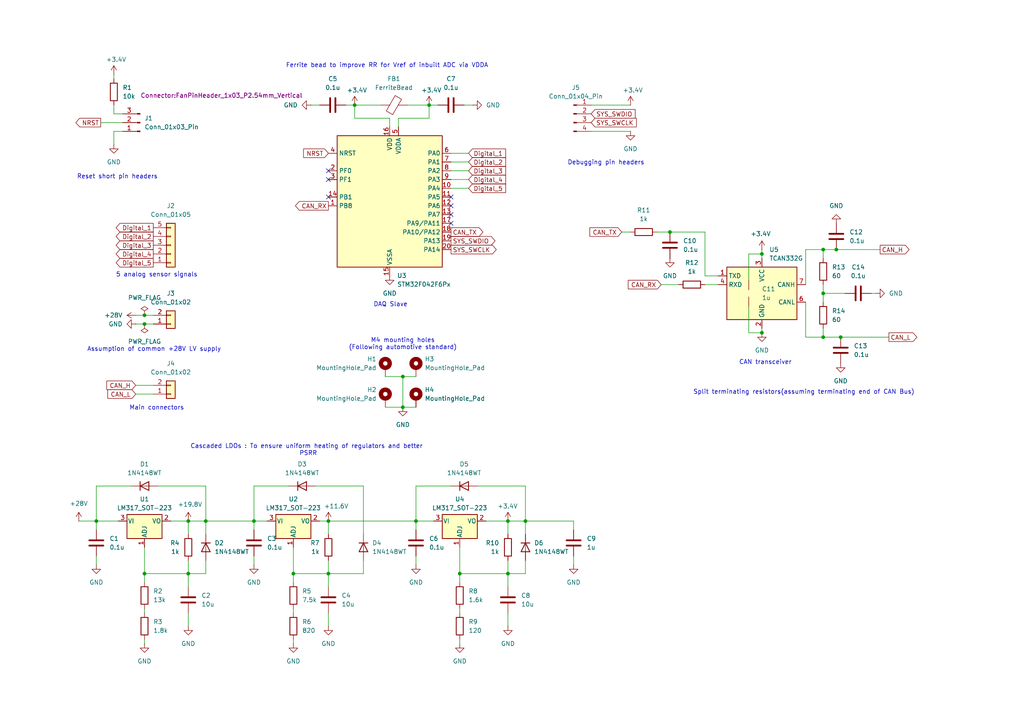
<source format=kicad_sch>
(kicad_sch (version 20250114) (generator "eeschema") (generator_version "9.0")
  (paper "A4")
  (title_block (title "Input Output board for complementary DAQ ") (rev "4") (company "Singularity"))
  (lib_symbols
    (symbol "Connector:Conn_01x03_Pin" (pin_names (offset 1.016) (hide yes))
      (property "Reference" "J" (at 0 5.08 0))
      (property "Value" "Conn_01x03_Pin" (at 0 -5.08 0))
      (symbol "Conn_01x03_Pin_1_1"
        (rectangle (start 0.8636 2.667) (end 0 2.413) (stroke (width 0.1524)) (fill (type outline)))
        (rectangle (start 0.8636 0.127) (end 0 -0.127) (stroke (width 0.1524)) (fill (type outline)))
        (rectangle (start 0.8636 -2.413) (end 0 -2.667) (stroke (width 0.1524)) (fill (type outline)))
        (polyline (pts (xy 1.27 2.54) (xy 0.8636 2.54)) (stroke (width 0.1524)))
        (polyline (pts (xy 1.27 0) (xy 0.8636 0)) (stroke (width 0.1524)))
        (polyline (pts (xy 1.27 -2.54) (xy 0.8636 -2.54)) (stroke (width 0.1524)))
        (pin passive line (at 5.08 2.54 180) (length 3.81) (name "Pin_1") (number "1"))
        (pin passive line (at 5.08 0 180) (length 3.81) (name "Pin_2") (number "2"))
        (pin passive line (at 5.08 -2.54 180) (length 3.81) (name "Pin_3") (number "3"))
      )
    )
    (symbol "Connector:Conn_01x04_Pin" (pin_names (offset 1.016) (hide yes))
      (property "Reference" "J" (at 0 5.08 0))
      (property "Value" "Conn_01x04_Pin" (at 0 -7.62 0))
      (symbol "Conn_01x04_Pin_1_1"
        (rectangle (start 0.8636 2.667) (end 0 2.413) (stroke (width 0.1524)) (fill (type outline)))
        (rectangle (start 0.8636 0.127) (end 0 -0.127) (stroke (width 0.1524)) (fill (type outline)))
        (rectangle (start 0.8636 -2.413) (end 0 -2.667) (stroke (width 0.1524)) (fill (type outline)))
        (rectangle (start 0.8636 -4.953) (end 0 -5.207) (stroke (width 0.1524)) (fill (type outline)))
        (polyline (pts (xy 1.27 2.54) (xy 0.8636 2.54)) (stroke (width 0.1524)))
        (polyline (pts (xy 1.27 0) (xy 0.8636 0)) (stroke (width 0.1524)))
        (polyline (pts (xy 1.27 -2.54) (xy 0.8636 -2.54)) (stroke (width 0.1524)))
        (polyline (pts (xy 1.27 -5.08) (xy 0.8636 -5.08)) (stroke (width 0.1524)))
        (pin passive line (at 5.08 2.54 180) (length 3.81) (name "Pin_1") (number "1"))
        (pin passive line (at 5.08 0 180) (length 3.81) (name "Pin_2") (number "2"))
        (pin passive line (at 5.08 -2.54 180) (length 3.81) (name "Pin_3") (number "3"))
        (pin passive line (at 5.08 -5.08 180) (length 3.81) (name "Pin_4") (number "4"))
      )
    )
    (symbol "Connector_Generic:Conn_01x02" (pin_names (offset 1.016) (hide yes))
      (property "Reference" "J" (at 0 2.54 0))
      (property "Value" "Conn_01x02" (at 0 -5.08 0))
      (symbol "Conn_01x02_1_1"
        (rectangle (start -1.27 1.27) (end 1.27 -3.81) (stroke (width 0.254)) (fill (type background)))
        (rectangle (start -1.27 0.127) (end 0 -0.127) (stroke (width 0.1524)))
        (rectangle (start -1.27 -2.413) (end 0 -2.667) (stroke (width 0.1524)))
        (pin passive line (at -5.08 0 0) (length 3.81) (name "Pin_1") (number "1"))
        (pin passive line (at -5.08 -2.54 0) (length 3.81) (name "Pin_2") (number "2"))
      )
    )
    (symbol "Connector_Generic:Conn_01x05" (pin_names (offset 1.016) (hide yes))
      (property "Reference" "J" (at 0 7.62 0))
      (property "Value" "Conn_01x05" (at 0 -7.62 0))
      (symbol "Conn_01x05_1_1"
        (rectangle (start -1.27 6.35) (end 1.27 -6.35) (stroke (width 0.254)) (fill (type background)))
        (rectangle (start -1.27 5.207) (end 0 4.953) (stroke (width 0.1524)))
        (rectangle (start -1.27 2.667) (end 0 2.413) (stroke (width 0.1524)))
        (rectangle (start -1.27 0.127) (end 0 -0.127) (stroke (width 0.1524)))
        (rectangle (start -1.27 -2.413) (end 0 -2.667) (stroke (width 0.1524)))
        (rectangle (start -1.27 -4.953) (end 0 -5.207) (stroke (width 0.1524)))
        (pin passive line (at -5.08 5.08 0) (length 3.81) (name "Pin_1") (number "1"))
        (pin passive line (at -5.08 2.54 0) (length 3.81) (name "Pin_2") (number "2"))
        (pin passive line (at -5.08 0 0) (length 3.81) (name "Pin_3") (number "3"))
        (pin passive line (at -5.08 -2.54 0) (length 3.81) (name "Pin_4") (number "4"))
        (pin passive line (at -5.08 -5.08 0) (length 3.81) (name "Pin_5") (number "5"))
      )
    )
    (symbol "Device:C" (pin_numbers (hide yes)) (pin_names (offset 0.254))
      (property "Reference" "C" (at 0.635 2.54 0))
      (property "Value" "C" (at 0.635 -2.54 0))
      (symbol "C_0_1"
        (polyline (pts (xy -2.032 0.762) (xy 2.032 0.762)) (stroke (width 0.508)))
        (polyline (pts (xy -2.032 -0.762) (xy 2.032 -0.762)) (stroke (width 0.508)))
      )
      (symbol "C_1_1"
        (pin passive line (at 0 3.81 270) (length 2.794) (name "~") (number "1"))
        (pin passive line (at 0 -3.81 90) (length 2.794) (name "~") (number "2"))
      )
    )
    (symbol "Device:FerriteBead" (pin_numbers (hide yes)) (pin_names (offset 0))
      (property "Reference" "FB" (at -3.81 0.635 90))
      (property "Value" "FerriteBead" (at 3.81 0 90))
      (symbol "FerriteBead_0_1"
        (polyline (pts (xy -2.7686 0.4064) (xy -1.7018 2.2606) (xy 2.7686 -0.3048) (xy 1.6764 -2.159) (xy -2.7686 0.4064)))
        (polyline (pts (xy 0 1.27) (xy 0 1.2954)))
        (polyline (pts (xy 0 -1.27) (xy 0 -1.2192)))
      )
      (symbol "FerriteBead_1_1"
        (pin passive line (at 0 3.81 270) (length 2.54) (name "~") (number "1"))
        (pin passive line (at 0 -3.81 90) (length 2.54) (name "~") (number "2"))
      )
    )
    (symbol "Device:R" (pin_numbers (hide yes)) (pin_names (offset 0))
      (property "Reference" "R" (at 2.032 0 90))
      (property "Value" "R" (at 0 0 90))
      (symbol "R_0_1"
        (rectangle (start -1.016 -2.54) (end 1.016 2.54) (stroke (width 0.254)))
      )
      (symbol "R_1_1"
        (pin passive line (at 0 3.81 270) (length 1.27) (name "~") (number "1"))
        (pin passive line (at 0 -3.81 90) (length 1.27) (name "~") (number "2"))
      )
    )
    (symbol "Diode:1N4148WT" (pin_numbers (hide yes)) (pin_names (hide yes))
      (property "Reference" "D" (at 0 2.54 0))
      (property "Value" "1N4148WT" (at 0 -2.54 0))
      (symbol "1N4148WT_0_1"
        (polyline (pts (xy -1.27 1.27) (xy -1.27 -1.27)) (stroke (width 0.254)))
        (polyline (pts (xy 1.27 1.27) (xy 1.27 -1.27) (xy -1.27 0) (xy 1.27 1.27)) (stroke (width 0.254)))
        (polyline (pts (xy 1.27 0) (xy -1.27 0)))
      )
      (symbol "1N4148WT_1_1"
        (pin passive line (at -3.81 0 0) (length 2.54) (name "K") (number "1"))
        (pin passive line (at 3.81 0 180) (length 2.54) (name "A") (number "2"))
      )
    )
    (symbol "Interface_CAN_LIN:TCAN332G"
      (property "Reference" "U" (at -10.16 8.89 0))
      (property "Value" "TCAN332G" (at 2.54 8.89 0))
      (symbol "TCAN332G_0_1"
        (rectangle (start -10.16 7.62) (end 10.16 -7.62) (stroke (width 0.254)) (fill (type background)))
      )
      (symbol "TCAN332G_1_1"
        (pin input line (at -12.7 5.08 0) (length 2.54) (name "TXD") (number "1"))
        (pin tri_state line (at -12.7 2.54 0) (length 2.54) (name "RXD") (number "4"))
        (pin no_connect line (at -10.16 -2.54 0) (length 2.54) (hide yes) (name "NC") (number "5"))
        (pin no_connect line (at -10.16 -5.08 0) (length 2.54) (hide yes) (name "NC") (number "8"))
        (pin power_in line (at 0 10.16 270) (length 2.54) (name "VCC") (number "3"))
        (pin power_in line (at 0 -10.16 90) (length 2.54) (name "GND") (number "2"))
        (pin bidirectional line (at 12.7 2.54 180) (length 2.54) (name "CANH") (number "7"))
        (pin bidirectional line (at 12.7 -2.54 180) (length 2.54) (name "CANL") (number "6"))
      )
    )
    (symbol "MCU_ST_STM32F0:STM32F042F6Px"
      (property "Reference" "U" (at -15.24 21.59 0))
      (property "Value" "STM32F042F6Px" (at 5.08 21.59 0))
      (symbol "STM32F042F6Px_0_1"
        (rectangle (start -15.24 -17.78) (end 15.24 20.32) (stroke (width 0.254)) (fill (type background)))
      )
      (symbol "STM32F042F6Px_1_1"
        (pin input line (at -17.78 15.24 0) (length 2.54) (name "NRST") (number "4"))
        (pin bidirectional line (at -17.78 10.16 0) (length 2.54) (name "PF0") (number "2"))
        (pin bidirectional line (at -17.78 7.62 0) (length 2.54) (name "PF1") (number "3"))
        (pin bidirectional line (at -17.78 2.54 0) (length 2.54) (name "PB1") (number "14"))
        (pin bidirectional line (at -17.78 0 0) (length 2.54) (name "PB8") (number "1"))
        (pin power_in line (at 0 22.86 270) (length 2.54) (name "VDD") (number "16"))
        (pin power_in line (at 0 -20.32 90) (length 2.54) (name "VSSA") (number "15"))
        (pin power_in line (at 2.54 22.86 270) (length 2.54) (name "VDDA") (number "5"))
        (pin bidirectional line (at 17.78 15.24 180) (length 2.54) (name "PA0") (number "6"))
        (pin bidirectional line (at 17.78 12.7 180) (length 2.54) (name "PA1") (number "7"))
        (pin bidirectional line (at 17.78 10.16 180) (length 2.54) (name "PA2") (number "8"))
        (pin bidirectional line (at 17.78 7.62 180) (length 2.54) (name "PA3") (number "9"))
        (pin bidirectional line (at 17.78 5.08 180) (length 2.54) (name "PA4") (number "10"))
        (pin bidirectional line (at 17.78 2.54 180) (length 2.54) (name "PA5") (number "11"))
        (pin bidirectional line (at 17.78 0 180) (length 2.54) (name "PA6") (number "12"))
        (pin bidirectional line (at 17.78 -2.54 180) (length 2.54) (name "PA7") (number "13"))
        (pin bidirectional line (at 17.78 -5.08 180) (length 2.54) (name "PA9/PA11") (number "17"))
        (pin bidirectional line (at 17.78 -7.62 180) (length 2.54) (name "PA10/PA12") (number "18"))
        (pin bidirectional line (at 17.78 -10.16 180) (length 2.54) (name "PA13") (number "19"))
        (pin bidirectional line (at 17.78 -12.7 180) (length 2.54) (name "PA14") (number "20"))
      )
    )
    (symbol "Mechanical:MountingHole_Pad" (pin_numbers (hide yes)) (pin_names (offset 1.016) (hide yes)) (in_bom no)
      (property "Reference" "H" (at 0 6.35 0))
      (property "Value" "MountingHole_Pad" (at 0 4.445 0))
      (symbol "MountingHole_Pad_0_1"
        (circle (center 0 1.27) (radius 1.27) (stroke (width 1.27)))
      )
      (symbol "MountingHole_Pad_1_1"
        (pin input line (at 0 -2.54 90) (length 2.54) (name "1") (number "1"))
      )
    )
    (symbol "Regulator_Linear:LM317_SOT-223" (pin_names (offset 0.254))
      (property "Reference" "U" (at -3.81 3.175 0))
      (property "Value" "LM317_SOT-223" (at 0 3.175 0))
      (symbol "LM317_SOT-223_0_1"
        (rectangle (start -5.08 1.905) (end 5.08 -5.08) (stroke (width 0.254)) (fill (type background)))
      )
      (symbol "LM317_SOT-223_1_1"
        (pin power_in line (at -7.62 0 0) (length 2.54) (name "VI") (number "3"))
        (pin input line (at 0 -7.62 90) (length 2.54) (name "ADJ") (number "1"))
        (pin power_out line (at 7.62 0 180) (length 2.54) (name "VO") (number "2"))
      )
    )
    (symbol "power:+28V" (power) (pin_numbers (hide yes)) (pin_names (offset 0) (hide yes))
      (property "Value" "+28V" (at 0 3.556 0))
      (symbol "+28V_0_1"
        (polyline (pts (xy -0.762 1.27) (xy 0 2.54)))
        (polyline (pts (xy 0 2.54) (xy 0.762 1.27)))
        (polyline (pts (xy 0 0) (xy 0 2.54)))
      )
      (symbol "+28V_1_1"
        (pin power_in line (at 0 0 90) (length 0) (name "~") (number "1"))
      )
    )
    (symbol "power:+3.3V" (power) (pin_numbers (hide yes)) (pin_names (offset 0) (hide yes))
      (property "Value" "+3.3V" (at 0 3.556 0))
      (symbol "+3.3V_0_1"
        (polyline (pts (xy -0.762 1.27) (xy 0 2.54)))
        (polyline (pts (xy 0 2.54) (xy 0.762 1.27)))
        (polyline (pts (xy 0 0) (xy 0 2.54)))
      )
      (symbol "+3.3V_1_1"
        (pin power_in line (at 0 0 90) (length 0) (name "~") (number "1"))
      )
    )
    (symbol "power:+5V" (power) (pin_numbers (hide yes)) (pin_names (offset 0) (hide yes))
      (property "Value" "+5V" (at 0 3.556 0))
      (symbol "+5V_0_1"
        (polyline (pts (xy -0.762 1.27) (xy 0 2.54)))
        (polyline (pts (xy 0 2.54) (xy 0.762 1.27)))
        (polyline (pts (xy 0 0) (xy 0 2.54)))
      )
      (symbol "+5V_1_1"
        (pin power_in line (at 0 0 90) (length 0) (name "~") (number "1"))
      )
    )
    (symbol "power:+7.5V" (power) (pin_numbers (hide yes)) (pin_names (offset 0) (hide yes))
      (property "Value" "+7.5V" (at 0 3.556 0))
      (symbol "+7.5V_0_1"
        (polyline (pts (xy -0.762 1.27) (xy 0 2.54)))
        (polyline (pts (xy 0 2.54) (xy 0.762 1.27)))
        (polyline (pts (xy 0 0) (xy 0 2.54)))
      )
      (symbol "+7.5V_1_1"
        (pin power_in line (at 0 0 90) (length 0) (name "~") (number "1"))
      )
    )
    (symbol "power:GND" (power) (pin_numbers (hide yes)) (pin_names (offset 0) (hide yes))
      (property "Value" "GND" (at 0 -3.81 0))
      (symbol "GND_0_1"
        (polyline (pts (xy 0 0) (xy 0 -1.27) (xy 1.27 -1.27) (xy 0 -2.54) (xy -1.27 -1.27) (xy 0 -1.27)))
      )
      (symbol "GND_1_1"
        (pin power_in line (at 0 0 270) (length 0) (name "~") (number "1"))
      )
    )
    (symbol "power:PWR_FLAG" (power) (pin_numbers (hide yes)) (pin_names (offset 0) (hide yes))
      (property "Value" "PWR_FLAG" (at 0 3.81 0))
      (symbol "PWR_FLAG_0_0"
        (pin power_out line (at 0 0 90) (length 0) (name "~") (number "1"))
      )
      (symbol "PWR_FLAG_0_1"
        (polyline (pts (xy 0 0) (xy 0 1.27) (xy -1.016 1.905) (xy 0 2.54) (xy 1.016 1.905) (xy 0 1.27)))
      )
    )
  )
  (text "CAN transceiver\n" (at 221.996 105.156 0) (effects (font (size 1.27 1.27))))
  (text "Split terminating resistors(assuming terminating end of CAN Bus)" (at 233.172 113.792 0) (effects (font (size 1.27 1.27))))
  (text "Reset short pin headers" (at 34.036 51.308 0) (effects (font (size 1.27 1.27))))
  (text "Debugging pin headers" (at 175.768 47.244 0) (effects (font (size 1.27 1.27))))
  (text "5 analog sensor signals" (at 45.466 79.756 0) (effects (font (size 1.27 1.27))))
  (text "DAQ Slave" (at 113.284 88.392 0) (effects (font (size 1.27 1.27))))
  (text "Cascaded LDOs : To ensure uniform heating of regulators and better \nPSRR\n" (at 89.408 130.556 0) (effects (font (size 1.27 1.27))))
  (text "Main connectors" (at 45.466 118.364 0) (effects (font (size 1.27 1.27))))
  (text "Ferrite bead to improve RR for Vref of inbuilt ADC via VDDA" (at 112.268 19.05 0) (effects (font (size 1.27 1.27))))
  (text "Assumption of common +28V LV supply" (at 44.704 101.346 0) (effects (font (size 1.27 1.27))))
  (text "M4 mounting holes\n(Following automotive standard)" (at 116.84 99.822 0) (effects (font (size 1.27 1.27))))
  (junction (at 95.25 166.37))
  (junction (at 220.98 96.52))
  (junction (at 238.76 97.79))
  (junction (at 242.57 72.39))
  (junction (at 243.84 97.79))
  (junction (at 147.32 166.37))
  (junction (at 59.69 151.13))
  (junction (at 194.31 67.31))
  (junction (at 54.61 151.13))
  (junction (at 220.98 73.66))
  (junction (at 152.4 151.13))
  (junction (at 116.84 118.11))
  (junction (at 238.76 72.39))
  (junction (at 41.91 91.44))
  (junction (at 41.91 166.37))
  (junction (at 54.61 166.37))
  (junction (at 41.91 93.98))
  (junction (at 238.76 85.09))
  (junction (at 73.66 151.13))
  (junction (at 27.94 151.13))
  (junction (at 147.32 151.13))
  (junction (at 95.25 151.13))
  (junction (at 133.35 166.37))
  (junction (at 116.84 109.22))
  (junction (at 120.65 151.13))
  (junction (at 124.46 30.48))
  (junction (at 102.87 30.48))
  (junction (at 85.09 166.37))
  (no_connect (at 130.81 59.69))
  (no_connect (at 95.25 49.53))
  (no_connect (at 130.81 62.23))
  (no_connect (at 130.81 57.15))
  (no_connect (at 95.25 52.07))
  (no_connect (at 95.25 57.15))
  (no_connect (at 130.81 64.77))
  (wire (pts (xy 59.69 140.97) (xy 45.72 140.97)))
  (wire (pts (xy 120.65 151.13) (xy 120.65 153.67)))
  (wire (pts (xy 44.45 114.3) (xy 39.37 114.3)))
  (wire (pts (xy 233.68 72.39) (xy 233.68 82.55)))
  (wire (pts (xy 171.45 30.48) (xy 182.88 30.48)))
  (wire (pts (xy 194.31 67.31) (xy 204.47 67.31)))
  (wire (pts (xy 54.61 166.37) (xy 54.61 170.18)))
  (wire (pts (xy 204.47 80.01) (xy 208.28 80.01)))
  (wire (pts (xy 147.32 151.13) (xy 152.4 151.13)))
  (wire (pts (xy 29.21 35.56) (xy 35.56 35.56)))
  (wire (pts (xy 252.73 85.09) (xy 254 85.09)))
  (wire (pts (xy 133.35 166.37) (xy 133.35 168.91)))
  (wire (pts (xy 100.33 30.48) (xy 102.87 30.48)))
  (wire (pts (xy 133.35 166.37) (xy 147.32 166.37)))
  (wire (pts (xy 152.4 140.97) (xy 138.43 140.97)))
  (wire (pts (xy 38.1 140.97) (xy 27.94 140.97)))
  (wire (pts (xy 137.16 30.48) (xy 134.62 30.48)))
  (wire (pts (xy 217.17 96.52) (xy 220.98 96.52)))
  (wire (pts (xy 105.41 140.97) (xy 91.44 140.97)))
  (wire (pts (xy 49.53 151.13) (xy 54.61 151.13)))
  (wire (pts (xy 135.89 52.07) (xy 130.81 52.07)))
  (wire (pts (xy 85.09 176.53) (xy 85.09 177.8)))
  (wire (pts (xy 133.35 185.42) (xy 133.35 186.69)))
  (wire (pts (xy 147.32 166.37) (xy 147.32 170.18)))
  (wire (pts (xy 73.66 140.97) (xy 73.66 151.13)))
  (wire (pts (xy 191.77 82.55) (xy 196.85 82.55)))
  (wire (pts (xy 116.84 118.11) (xy 120.65 118.11)))
  (wire (pts (xy 102.87 34.29) (xy 102.87 30.48)))
  (wire (pts (xy 152.4 140.97) (xy 152.4 151.13)))
  (wire (pts (xy 95.25 154.94) (xy 95.25 151.13)))
  (wire (pts (xy 233.68 87.63) (xy 233.68 97.79)))
  (wire (pts (xy 238.76 72.39) (xy 242.57 72.39)))
  (wire (pts (xy 44.45 91.44) (xy 41.91 91.44)))
  (wire (pts (xy 59.69 151.13) (xy 59.69 154.94)))
  (wire (pts (xy 92.71 151.13) (xy 95.25 151.13)))
  (wire (pts (xy 85.09 166.37) (xy 85.09 168.91)))
  (wire (pts (xy 22.86 151.13) (xy 27.94 151.13)))
  (wire (pts (xy 135.89 54.61) (xy 130.81 54.61)))
  (wire (pts (xy 41.91 158.75) (xy 41.91 166.37)))
  (wire (pts (xy 44.45 93.98) (xy 41.91 93.98)))
  (wire (pts (xy 105.41 140.97) (xy 105.41 154.94)))
  (wire (pts (xy 54.61 166.37) (xy 59.69 166.37)))
  (wire (pts (xy 54.61 177.8) (xy 54.61 181.61)))
  (wire (pts (xy 147.32 166.37) (xy 147.32 162.56)))
  (wire (pts (xy 118.11 30.48) (xy 124.46 30.48)))
  (wire (pts (xy 127 30.48) (xy 124.46 30.48)))
  (wire (pts (xy 124.46 34.29) (xy 115.57 34.29)))
  (wire (pts (xy 220.98 96.52) (xy 220.98 95.25)))
  (wire (pts (xy 135.89 49.53) (xy 130.81 49.53)))
  (wire (pts (xy 242.57 72.39) (xy 255.27 72.39)))
  (wire (pts (xy 33.02 30.48) (xy 33.02 33.02)))
  (wire (pts (xy 41.91 176.53) (xy 41.91 177.8)))
  (wire (pts (xy 73.66 151.13) (xy 73.66 153.67)))
  (wire (pts (xy 220.98 72.39) (xy 220.98 73.66)))
  (wire (pts (xy 147.32 166.37) (xy 152.4 166.37)))
  (wire (pts (xy 33.02 38.1) (xy 33.02 41.91)))
  (wire (pts (xy 41.91 166.37) (xy 41.91 168.91)))
  (wire (pts (xy 41.91 93.98) (xy 39.37 93.98)))
  (wire (pts (xy 33.02 33.02) (xy 35.56 33.02)))
  (wire (pts (xy 120.65 140.97) (xy 120.65 151.13)))
  (wire (pts (xy 166.37 151.13) (xy 166.37 153.67)))
  (wire (pts (xy 33.02 21.59) (xy 33.02 22.86)))
  (wire (pts (xy 27.94 151.13) (xy 34.29 151.13)))
  (wire (pts (xy 59.69 162.56) (xy 59.69 166.37)))
  (wire (pts (xy 140.97 151.13) (xy 147.32 151.13)))
  (wire (pts (xy 238.76 72.39) (xy 233.68 72.39)))
  (wire (pts (xy 238.76 72.39) (xy 238.76 74.93)))
  (wire (pts (xy 59.69 151.13) (xy 59.69 140.97)))
  (wire (pts (xy 111.76 109.22) (xy 116.84 109.22)))
  (wire (pts (xy 152.4 151.13) (xy 152.4 154.94)))
  (wire (pts (xy 41.91 185.42) (xy 41.91 186.69)))
  (wire (pts (xy 238.76 95.25) (xy 238.76 97.79)))
  (wire (pts (xy 120.65 151.13) (xy 125.73 151.13)))
  (wire (pts (xy 238.76 85.09) (xy 245.11 85.09)))
  (wire (pts (xy 180.34 67.31) (xy 182.88 67.31)))
  (wire (pts (xy 238.76 85.09) (xy 238.76 87.63)))
  (wire (pts (xy 105.41 162.56) (xy 105.41 166.37)))
  (wire (pts (xy 116.84 109.22) (xy 116.84 118.11)))
  (wire (pts (xy 135.89 46.99) (xy 130.81 46.99)))
  (wire (pts (xy 220.98 73.66) (xy 220.98 74.93)))
  (wire (pts (xy 220.98 73.66) (xy 217.17 73.66)))
  (wire (pts (xy 233.68 97.79) (xy 238.76 97.79)))
  (wire (pts (xy 243.84 97.79) (xy 257.81 97.79)))
  (wire (pts (xy 238.76 97.79) (xy 243.84 97.79)))
  (wire (pts (xy 35.56 38.1) (xy 33.02 38.1)))
  (wire (pts (xy 85.09 158.75) (xy 85.09 166.37)))
  (wire (pts (xy 166.37 161.29) (xy 166.37 163.83)))
  (wire (pts (xy 54.61 151.13) (xy 59.69 151.13)))
  (wire (pts (xy 133.35 176.53) (xy 133.35 177.8)))
  (wire (pts (xy 102.87 30.48) (xy 110.49 30.48)))
  (wire (pts (xy 147.32 177.8) (xy 147.32 181.61)))
  (wire (pts (xy 190.5 67.31) (xy 194.31 67.31)))
  (wire (pts (xy 115.57 34.29) (xy 115.57 36.83)))
  (wire (pts (xy 204.47 82.55) (xy 208.28 82.55)))
  (wire (pts (xy 27.94 161.29) (xy 27.94 163.83)))
  (wire (pts (xy 73.66 161.29) (xy 73.66 163.83)))
  (wire (pts (xy 116.84 109.22) (xy 120.65 109.22)))
  (wire (pts (xy 133.35 158.75) (xy 133.35 166.37)))
  (wire (pts (xy 130.81 140.97) (xy 120.65 140.97)))
  (wire (pts (xy 152.4 162.56) (xy 152.4 166.37)))
  (wire (pts (xy 90.17 30.48) (xy 92.71 30.48)))
  (wire (pts (xy 59.69 151.13) (xy 73.66 151.13)))
  (wire (pts (xy 152.4 151.13) (xy 166.37 151.13)))
  (wire (pts (xy 95.25 166.37) (xy 105.41 166.37)))
  (wire (pts (xy 73.66 151.13) (xy 77.47 151.13)))
  (wire (pts (xy 85.09 166.37) (xy 95.25 166.37)))
  (wire (pts (xy 54.61 154.94) (xy 54.61 151.13)))
  (wire (pts (xy 95.25 177.8) (xy 95.25 181.61)))
  (wire (pts (xy 95.25 151.13) (xy 120.65 151.13)))
  (wire (pts (xy 217.17 73.66) (xy 217.17 81.28)))
  (wire (pts (xy 204.47 67.31) (xy 204.47 80.01)))
  (wire (pts (xy 113.03 34.29) (xy 113.03 36.83)))
  (wire (pts (xy 85.09 185.42) (xy 85.09 186.69)))
  (wire (pts (xy 124.46 30.48) (xy 124.46 34.29)))
  (wire (pts (xy 135.89 44.45) (xy 130.81 44.45)))
  (wire (pts (xy 41.91 166.37) (xy 54.61 166.37)))
  (wire (pts (xy 95.25 166.37) (xy 95.25 170.18)))
  (wire (pts (xy 83.82 140.97) (xy 73.66 140.97)))
  (wire (pts (xy 217.17 88.9) (xy 217.17 96.52)))
  (wire (pts (xy 171.45 38.1) (xy 182.88 38.1)))
  (wire (pts (xy 54.61 166.37) (xy 54.61 162.56)))
  (wire (pts (xy 27.94 140.97) (xy 27.94 151.13)))
  (wire (pts (xy 111.76 118.11) (xy 116.84 118.11)))
  (wire (pts (xy 120.65 161.29) (xy 120.65 163.83)))
  (wire (pts (xy 44.45 111.76) (xy 39.37 111.76)))
  (wire (pts (xy 41.91 91.44) (xy 39.37 91.44)))
  (wire (pts (xy 147.32 154.94) (xy 147.32 151.13)))
  (wire (pts (xy 27.94 151.13) (xy 27.94 153.67)))
  (wire (pts (xy 95.25 166.37) (xy 95.25 162.56)))
  (wire (pts (xy 238.76 82.55) (xy 238.76 85.09)))
  (wire (pts (xy 113.03 34.29) (xy 102.87 34.29)))
  (global_label "Digital_3" (shape input) (at 135.89 49.53 0) (property "Intersheetrefs" "${INTERSHEET_REFS}" (effects (hide yes))))
  (global_label "CAN_H" (shape output) (at 255.27 72.39 0) (property "Intersheetrefs" "${INTERSHEET_REFS}" (effects (hide yes))))
  (global_label "Digital_1" (shape output) (at 44.45 66.04 180) (property "Intersheetrefs" "${INTERSHEET_REFS}" (effects (hide yes))))
  (global_label "NRST" (shape input) (at 95.25 44.45 180) (property "Intersheetrefs" "${INTERSHEET_REFS}" (effects (hide yes))))
  (global_label "Digital_3" (shape output) (at 44.45 71.12 180) (property "Intersheetrefs" "${INTERSHEET_REFS}" (effects (hide yes))))
  (global_label "SYS_SWCLK" (shape output) (at 130.81 72.39 0) (property "Intersheetrefs" "${INTERSHEET_REFS}" (effects (hide yes))))
  (global_label "SYS_SWDIO" (shape output) (at 130.81 69.85 0) (property "Intersheetrefs" "${INTERSHEET_REFS}" (effects (hide yes))))
  (global_label "NRST" (shape output) (at 29.21 35.56 180) (property "Intersheetrefs" "${INTERSHEET_REFS}" (effects (hide yes))))
  (global_label "Digital_5" (shape output) (at 44.45 76.2 180) (property "Intersheetrefs" "${INTERSHEET_REFS}" (effects (hide yes))))
  (global_label "Digital_4" (shape input) (at 135.89 52.07 0) (property "Intersheetrefs" "${INTERSHEET_REFS}" (effects (hide yes))))
  (global_label "SYS_SWCLK" (shape input) (at 171.45 35.56 0) (property "Intersheetrefs" "${INTERSHEET_REFS}" (effects (hide yes))))
  (global_label "Digital_1" (shape input) (at 135.89 44.45 0) (property "Intersheetrefs" "${INTERSHEET_REFS}" (effects (hide yes))))
  (global_label "CAN_H" (shape input) (at 39.37 111.76 180) (property "Intersheetrefs" "${INTERSHEET_REFS}" (effects (hide yes))))
  (global_label "Digital_2" (shape output) (at 44.45 68.58 180) (property "Intersheetrefs" "${INTERSHEET_REFS}" (effects (hide yes))))
  (global_label "CAN_TX" (shape input) (at 180.34 67.31 180) (property "Intersheetrefs" "${INTERSHEET_REFS}" (effects (hide yes))))
  (global_label "CAN_TX" (shape output) (at 130.81 67.31 0) (property "Intersheetrefs" "${INTERSHEET_REFS}" (effects (hide yes))))
  (global_label "CAN_L" (shape input) (at 39.37 114.3 180) (property "Intersheetrefs" "${INTERSHEET_REFS}" (effects (hide yes))))
  (global_label "SYS_SWDIO" (shape input) (at 171.45 33.02 0) (property "Intersheetrefs" "${INTERSHEET_REFS}" (effects (hide yes))))
  (global_label "Digital_2" (shape input) (at 135.89 46.99 0) (property "Intersheetrefs" "${INTERSHEET_REFS}" (effects (hide yes))))
  (global_label "Digital_4" (shape output) (at 44.45 73.66 180) (property "Intersheetrefs" "${INTERSHEET_REFS}" (effects (hide yes))))
  (global_label "Digital_5" (shape input) (at 135.89 54.61 0) (property "Intersheetrefs" "${INTERSHEET_REFS}" (effects (hide yes))))
  (global_label "CAN_L" (shape output) (at 257.81 97.79 0) (property "Intersheetrefs" "${INTERSHEET_REFS}" (effects (hide yes))))
  (global_label "CAN_RX" (shape input) (at 191.77 82.55 180) (property "Intersheetrefs" "${INTERSHEET_REFS}" (effects (hide yes))))
  (global_label "CAN_RX" (shape output) (at 95.25 59.69 180) (property "Intersheetrefs" "${INTERSHEET_REFS}" (effects (hide yes))))
  (symbol (lib_id "power:+3.3V") (at 33.02 21.59 0) (unit 1)
    (property "Reference" "#PWR05" (effects (hide yes)))
    (property "Value" "+3.4V" (at 30.734 17.272 0) (effects (justify left)))
    (property "Description" "Power symbol creates a global label with name \"+3.3V\"" (effects (hide yes)))
  )
  (symbol (lib_id "Diode:1N4148WT") (at 87.63 140.97 0) (unit 1)
    (property "Reference" "D3" (at 87.63 134.62 0))
    (property "Value" "1N4148WT" (at 87.63 137.16 0))
    (property "Footprint" "Diode_SMD:D_SOD-523" (effects (hide yes)))
    (property "Datasheet" "https://www.diodes.com/assets/Datasheets/ds30396.pdf" (effects (hide yes)))
    (property "Description" "75V 0.15A Fast switching Diode, SOD-523" (effects (hide yes)))
    (property "Sim.Device" "D" (effects (hide yes)))
    (property "Sim.Pins" "1=K 2=A" (effects (hide yes)))
  )
  (symbol (lib_id "power:GND") (at 137.16 30.48 90) (mirror x) (unit 1)
    (property "Reference" "#PWR020" (effects (hide yes)))
    (property "Value" "GND" (at 140.97 30.4799 90) (effects (justify right)))
    (property "Description" "Power symbol creates a global label with name \"GND\" , ground" (effects (hide yes)))
  )
  (symbol (lib_id "Connector_Generic:Conn_01x05") (at 49.53 71.12 0) (mirror x) (unit 1)
    (property "Reference" "J2" (at 49.53 59.69 0))
    (property "Value" "Conn_01x05" (at 49.53 62.23 0))
    (property "Footprint" "Connector_JST:JST_XH_S5B-XH-A-1_1x05_P2.50mm_Horizontal" (effects (hide yes)))
    (property "Description" "Generic connector, single row, 01x05, script generated (kicad-library-utils/schlib/autogen/connector/)" (effects (hide yes)))
  )
  (symbol (lib_id "power:+3.3V") (at 124.46 30.48 0) (unit 1)
    (property "Reference" "#PWR032" (effects (hide yes)))
    (property "Value" "+3.4V" (at 122.174 26.162 0) (effects (justify left)))
    (property "Description" "Power symbol creates a global label with name \"+3.3V\"" (effects (hide yes)))
  )
  (symbol (lib_id "Connector:Conn_01x04_Pin") (at 166.37 33.02 0) (unit 1)
    (property "Reference" "J5" (at 167.005 25.4 0))
    (property "Value" "Conn_01x04_Pin" (at 167.005 27.94 0))
    (property "Footprint" "Connector:FanPinHeader_1x04_P2.54mm_Vertical" (effects (hide yes)))
    (property "Description" "Generic connector, single row, 01x04, script generated" (effects (hide yes)))
  )
  (symbol (lib_id "Device:R") (at 238.76 91.44 0) (unit 1)
    (property "Reference" "R14" (at 241.3 90.1699 0) (effects (justify left)))
    (property "Value" "60" (at 241.3 92.7099 0) (effects (justify left)))
    (property "Footprint" "Resistor_SMD:R_0603_1608Metric" (effects (hide yes)))
    (property "Description" "Resistor" (effects (hide yes)))
  )
  (symbol (lib_id "power:GND") (at 120.65 163.83 0) (unit 1)
    (property "Reference" "#PWR018" (effects (hide yes)))
    (property "Value" "GND" (at 120.65 168.91 0))
    (property "Description" "Power symbol creates a global label with name \"GND\" , ground" (effects (hide yes)))
  )
  (symbol (lib_id "Device:R") (at 54.61 158.75 0) (mirror y) (unit 1)
    (property "Reference" "R4" (at 52.07 157.4799 0) (effects (justify left)))
    (property "Value" "1k" (at 52.07 160.0199 0) (effects (justify left)))
    (property "Footprint" "Resistor_SMD:R_0603_1608Metric" (effects (hide yes)))
    (property "Description" "Resistor" (effects (hide yes)))
  )
  (symbol (lib_id "power:GND") (at 220.98 96.52 0) (unit 1)
    (property "Reference" "#PWR028" (effects (hide yes)))
    (property "Value" "GND" (at 220.98 101.6 0))
    (property "Description" "Power symbol creates a global label with name \"GND\" , ground" (effects (hide yes)))
  )
  (symbol (lib_id "power:GND") (at 95.25 181.61 0) (unit 1)
    (property "Reference" "#PWR014" (effects (hide yes)))
    (property "Value" "GND" (at 95.25 186.69 0))
    (property "Description" "Power symbol creates a global label with name \"GND\" , ground" (effects (hide yes)))
  )
  (symbol (lib_id "Device:C") (at 120.65 157.48 0) (unit 1)
    (property "Reference" "C6" (at 124.46 156.2099 0) (effects (justify left)))
    (property "Value" "0.1u" (at 124.46 158.7499 0) (effects (justify left)))
    (property "Footprint" "Capacitor_SMD:C_0603_1608Metric" (effects (hide yes)))
    (property "Description" "Unpolarized capacitor" (effects (hide yes)))
  )
  (symbol (lib_id "power:+28V") (at 39.37 91.44 90) (mirror x) (unit 1)
    (property "Reference" "#PWR03" (effects (hide yes)))
    (property "Value" "+28V" (at 35.56 91.4399 90) (effects (justify left)))
    (property "Description" "Power symbol creates a global label with name \"+28V\"" (effects (hide yes)))
  )
  (symbol (lib_id "power:GND") (at 254 85.09 90) (unit 1)
    (property "Reference" "#PWR031" (effects (hide yes)))
    (property "Value" "GND" (at 257.81 85.0899 90) (effects (justify right)))
    (property "Description" "Power symbol creates a global label with name \"GND\" , ground" (effects (hide yes)))
  )
  (symbol (lib_id "Device:C") (at 194.31 71.12 0) (unit 1)
    (property "Reference" "C10" (at 198.12 69.8499 0) (effects (justify left)))
    (property "Value" "0.1u" (at 198.12 72.3899 0) (effects (justify left)))
    (property "Footprint" "Capacitor_SMD:C_0603_1608Metric" (effects (hide yes)))
    (property "Description" "Unpolarized capacitor" (effects (hide yes)))
  )
  (symbol (lib_id "Device:R") (at 133.35 172.72 0) (unit 1)
    (property "Reference" "R8" (at 135.89 171.4499 0) (effects (justify left)))
    (property "Value" "1.6k" (at 135.89 173.9899 0) (effects (justify left)))
    (property "Footprint" "Resistor_SMD:R_0603_1608Metric" (effects (hide yes)))
    (property "Description" "Resistor" (effects (hide yes)))
  )
  (symbol (lib_id "Device:R") (at 186.69 67.31 90) (unit 1)
    (property "Reference" "R11" (at 186.69 60.96 90))
    (property "Value" "1k" (at 186.69 63.5 90))
    (property "Footprint" "Resistor_SMD:R_0603_1608Metric" (effects (hide yes)))
    (property "Description" "Resistor" (effects (hide yes)))
  )
  (symbol (lib_id "Device:R") (at 200.66 82.55 90) (unit 1)
    (property "Reference" "R12" (at 200.66 76.2 90))
    (property "Value" "1k" (at 200.66 78.74 90))
    (property "Footprint" "Resistor_SMD:R_0603_1608Metric" (effects (hide yes)))
    (property "Description" "Resistor" (effects (hide yes)))
  )
  (symbol (lib_id "power:GND") (at 243.84 105.41 0) (unit 1)
    (property "Reference" "#PWR030" (effects (hide yes)))
    (property "Value" "GND" (at 243.84 110.49 0))
    (property "Description" "Power symbol creates a global label with name \"GND\" , ground" (effects (hide yes)))
  )
  (symbol (lib_id "Device:C") (at 217.17 85.09 0) (unit 1)
    (property "Reference" "C11" (at 220.98 83.8199 0) (effects (justify left)))
    (property "Value" "1u" (at 220.98 86.3599 0) (effects (justify left)))
    (property "Footprint" "Capacitor_SMD:C_0603_1608Metric" (effects (hide yes)))
    (property "Description" "Unpolarized capacitor" (effects (hide yes)))
  )
  (symbol (lib_id "power:GND") (at 73.66 163.83 0) (unit 1)
    (property "Reference" "#PWR010" (effects (hide yes)))
    (property "Value" "GND" (at 73.66 168.91 0))
    (property "Description" "Power symbol creates a global label with name \"GND\" , ground" (effects (hide yes)))
  )
  (symbol (lib_id "MCU_ST_STM32F0:STM32F042F6Px") (at 113.03 59.69 0) (unit 1)
    (property "Reference" "U3" (at 115.1733 79.9389 0) (effects (justify left)))
    (property "Value" "STM32F042F6Px" (at 115.1733 82.4789 0) (effects (justify left)))
    (property "Footprint" "Package_SO:TSSOP-20_4.4x6.5mm_P0.65mm" (effects (hide yes)))
    (property "Datasheet" "https://www.st.com/resource/en/datasheet/stm32f042f6.pdf" (effects (hide yes)))
    (property "Description" "STMicroelectronics Arm Cortex-M0 MCU, 32KB flash, 6KB RAM, 48 MHz, 2.0-3.6V, 16 GPIO, TSSOP20" (effects (hide yes)))
  )
  (symbol (lib_id "power:GND") (at 85.09 186.69 0) (unit 1)
    (property "Reference" "#PWR011" (effects (hide yes)))
    (property "Value" "GND" (at 85.09 191.77 0))
    (property "Description" "Power symbol creates a global label with name \"GND\" , ground" (effects (hide yes)))
  )
  (symbol (lib_id "power:GND") (at 147.32 181.61 0) (unit 1)
    (property "Reference" "#PWR022" (effects (hide yes)))
    (property "Value" "GND" (at 147.32 186.69 0))
    (property "Description" "Power symbol creates a global label with name \"GND\" , ground" (effects (hide yes)))
  )
  (symbol (lib_id "Device:R") (at 41.91 172.72 0) (unit 1)
    (property "Reference" "R2" (at 44.45 171.4499 0) (effects (justify left)))
    (property "Value" "13k" (at 44.45 173.9899 0) (effects (justify left)))
    (property "Footprint" "Resistor_SMD:R_0603_1608Metric" (effects (hide yes)))
    (property "Description" "Resistor" (effects (hide yes)))
  )
  (symbol (lib_id "power:GND") (at 90.17 30.48 270) (unit 1)
    (property "Reference" "#PWR012" (effects (hide yes)))
    (property "Value" "GND" (at 86.36 30.4799 90) (effects (justify right)))
    (property "Description" "Power symbol creates a global label with name \"GND\" , ground" (effects (hide yes)))
  )
  (symbol (lib_id "Diode:1N4148WT") (at 41.91 140.97 0) (unit 1)
    (property "Reference" "D1" (at 41.91 134.62 0))
    (property "Value" "1N4148WT" (at 41.91 137.16 0))
    (property "Footprint" "Diode_SMD:D_SOD-523" (effects (hide yes)))
    (property "Datasheet" "https://www.diodes.com/assets/Datasheets/ds30396.pdf" (effects (hide yes)))
    (property "Description" "75V 0.15A Fast switching Diode, SOD-523" (effects (hide yes)))
    (property "Sim.Device" "D" (effects (hide yes)))
    (property "Sim.Pins" "1=K 2=A" (effects (hide yes)))
  )
  (symbol (lib_id "Device:R") (at 238.76 78.74 0) (unit 1)
    (property "Reference" "R13" (at 241.3 77.4699 0) (effects (justify left)))
    (property "Value" "60" (at 241.3 80.0099 0) (effects (justify left)))
    (property "Footprint" "Resistor_SMD:R_0603_1608Metric" (effects (hide yes)))
    (property "Description" "Resistor" (effects (hide yes)))
  )
  (symbol (lib_id "power:+3.3V") (at 147.32 151.13 0) (unit 1)
    (property "Reference" "#PWR021" (effects (hide yes)))
    (property "Value" "+3.4V" (at 144.272 146.812 0) (effects (justify left)))
    (property "Description" "Power symbol creates a global label with name \"+3.3V\"" (effects (hide yes)))
  )
  (symbol (lib_id "Device:FerriteBead") (at 114.3 30.48 90) (unit 1)
    (property "Reference" "FB1" (at 114.2492 22.86 90))
    (property "Value" "FerriteBead" (at 114.2492 25.4 90))
    (property "Footprint" "Inductor_SMD:L_0201_0603Metric" (effects (hide yes)))
    (property "Description" "Ferrite bead" (effects (hide yes)))
  )
  (symbol (lib_id "Device:C") (at 130.81 30.48 270) (mirror x) (unit 1)
    (property "Reference" "C7" (at 130.81 22.86 90))
    (property "Value" "0.1u" (at 130.81 25.4 90))
    (property "Footprint" "Capacitor_SMD:C_0603_1608Metric" (effects (hide yes)))
    (property "Description" "Unpolarized capacitor" (effects (hide yes)))
  )
  (symbol (lib_id "Device:R") (at 147.32 158.75 0) (mirror y) (unit 1)
    (property "Reference" "R10" (at 144.78 157.4799 0) (effects (justify left)))
    (property "Value" "1k" (at 144.78 160.0199 0) (effects (justify left)))
    (property "Footprint" "Resistor_SMD:R_0603_1608Metric" (effects (hide yes)))
    (property "Description" "Resistor" (effects (hide yes)))
  )
  (symbol (lib_id "power:+28V") (at 22.86 151.13 0) (unit 1)
    (property "Reference" "#PWR01" (effects (hide yes)))
    (property "Value" "+28V" (at 22.86 146.05 0))
    (property "Description" "Power symbol creates a global label with name \"+28V\"" (effects (hide yes)))
  )
  (symbol (lib_id "Mechanical:MountingHole_Pad") (at 120.65 115.57 0) (unit 1) (in_bom no)
    (property "Reference" "H4" (at 123.19 113.0299 0) (effects (justify left)))
    (property "Value" "MountingHole_Pad" (at 123.19 115.5699 0) (effects (justify left)))
    (property "Footprint" "MountingHole:MountingHole_4.3mm_M4_DIN965_Pad" (effects (hide yes)))
    (property "Description" "Mounting Hole with connection" (effects (hide yes)))
  )
  (symbol (lib_id "Interface_CAN_LIN:TCAN332G") (at 220.98 85.09 0) (unit 1)
    (property "Reference" "U5" (at 223.1233 72.39 0) (effects (justify left)))
    (property "Value" "TCAN332G" (at 223.1233 74.93 0) (effects (justify left)))
    (property "Footprint" "Package_SO:SOIC-8_3.9x4.9mm_P1.27mm" (effects (hide yes)))
    (property "Datasheet" "http://www.ti.com/lit/ds/symlink/tcan337.pdf" (effects (hide yes)))
    (property "Description" "High-Speed CAN Transceiver with CAN FD, 5Mbps, 3.3V supply, SOT-23-8/SOIC-8" (effects (hide yes)))
  )
  (symbol (lib_id "Device:C") (at 243.84 101.6 0) (unit 1)
    (property "Reference" "C13" (at 247.65 100.3299 0) (effects (justify left)))
    (property "Value" "0.1u" (at 247.65 102.8699 0) (effects (justify left)))
    (property "Footprint" "Capacitor_SMD:C_0603_1608Metric" (effects (hide yes)))
    (property "Description" "Unpolarized capacitor" (effects (hide yes)))
  )
  (symbol (lib_id "power:GND") (at 113.03 80.01 0) (unit 1)
    (property "Reference" "#PWR016" (effects (hide yes)))
    (property "Value" "GND" (at 113.03 85.09 0))
    (property "Description" "Power symbol creates a global label with name \"GND\" , ground" (effects (hide yes)))
  )
  (symbol (lib_id "power:+3.3V") (at 220.98 72.39 0) (unit 1)
    (property "Reference" "#PWR027" (effects (hide yes)))
    (property "Value" "+3.4V" (at 217.678 67.818 0) (effects (justify left)))
    (property "Description" "Power symbol creates a global label with name \"+3.3V\"" (effects (hide yes)))
  )
  (symbol (lib_id "Device:C") (at 96.52 30.48 90) (unit 1)
    (property "Reference" "C5" (at 96.52 22.86 90))
    (property "Value" "0.1u" (at 96.52 25.4 90))
    (property "Footprint" "Capacitor_SMD:C_0603_1608Metric" (effects (hide yes)))
    (property "Description" "Unpolarized capacitor" (effects (hide yes)))
  )
  (symbol (lib_id "power:+5V") (at 95.25 151.13 0) (unit 1)
    (property "Reference" "#PWR013" (effects (hide yes)))
    (property "Value" "+11.6V" (at 93.98 146.812 0) (effects (justify left)))
    (property "Description" "Power symbol creates a global label with name \"+5V\"" (effects (hide yes)))
  )
  (symbol (lib_id "power:PWR_FLAG") (at 41.91 93.98 0) (mirror x) (unit 1)
    (property "Reference" "#FLG02" (effects (hide yes)))
    (property "Value" "PWR_FLAG" (at 41.91 99.06 0))
    (property "Description" "Special symbol for telling ERC where power comes from" (effects (hide yes)))
  )
  (symbol (lib_id "Device:C") (at 248.92 85.09 90) (unit 1)
    (property "Reference" "C14" (at 248.92 77.47 90))
    (property "Value" "0.1u" (at 248.92 80.01 90))
    (property "Footprint" "Capacitor_SMD:C_0603_1608Metric" (effects (hide yes)))
    (property "Description" "Unpolarized capacitor" (effects (hide yes)))
  )
  (symbol (lib_id "power:GND") (at 27.94 163.83 0) (unit 1)
    (property "Reference" "#PWR02" (effects (hide yes)))
    (property "Value" "GND" (at 27.94 168.91 0))
    (property "Description" "Power symbol creates a global label with name \"GND\" , ground" (effects (hide yes)))
  )
  (symbol (lib_id "Diode:1N4148WT") (at 59.69 158.75 270) (unit 1)
    (property "Reference" "D2" (at 62.23 157.4799 90) (effects (justify left)))
    (property "Value" "1N4148WT" (at 62.23 160.0199 90) (effects (justify left)))
    (property "Footprint" "Diode_SMD:D_SOD-523" (effects (hide yes)))
    (property "Datasheet" "https://www.diodes.com/assets/Datasheets/ds30396.pdf" (effects (hide yes)))
    (property "Description" "75V 0.15A Fast switching Diode, SOD-523" (effects (hide yes)))
    (property "Sim.Device" "D" (effects (hide yes)))
    (property "Sim.Pins" "1=K 2=A" (effects (hide yes)))
  )
  (symbol (lib_id "Regulator_Linear:LM317_SOT-223") (at 133.35 151.13 0) (unit 1)
    (property "Reference" "U4" (at 133.35 144.78 0))
    (property "Value" "LM317_SOT-223" (at 133.35 147.32 0))
    (property "Footprint" "Package_TO_SOT_SMD:SOT-223-3_TabPin2" (effects (hide yes)))
    (property "Datasheet" "http://www.ti.com/lit/ds/symlink/lm317.pdf" (effects (hide yes)))
    (property "Description" "1.5A 35V Adjustable Linear Regulator, SOT-223" (effects (hide yes)))
  )
  (symbol (lib_id "Device:C") (at 95.25 173.99 0) (unit 1)
    (property "Reference" "C4" (at 99.06 172.7199 0) (effects (justify left)))
    (property "Value" "10u" (at 99.06 175.2599 0) (effects (justify left)))
    (property "Footprint" "Capacitor_SMD:C_0603_1608Metric" (effects (hide yes)))
    (property "Description" "Unpolarized capacitor" (effects (hide yes)))
  )
  (symbol (lib_id "power:PWR_FLAG") (at 41.91 91.44 0) (mirror y) (unit 1)
    (property "Reference" "#FLG01" (effects (hide yes)))
    (property "Value" "PWR_FLAG" (at 41.91 86.36 0))
    (property "Description" "Special symbol for telling ERC where power comes from" (effects (hide yes)))
  )
  (symbol (lib_id "power:GND") (at 41.91 186.69 0) (unit 1)
    (property "Reference" "#PWR07" (effects (hide yes)))
    (property "Value" "GND" (at 41.91 191.77 0))
    (property "Description" "Power symbol creates a global label with name \"GND\" , ground" (effects (hide yes)))
  )
  (symbol (lib_id "Diode:1N4148WT") (at 134.62 140.97 0) (unit 1)
    (property "Reference" "D5" (at 134.62 134.62 0))
    (property "Value" "1N4148WT" (at 134.62 137.16 0))
    (property "Footprint" "Diode_SMD:D_SOD-523" (effects (hide yes)))
    (property "Datasheet" "https://www.diodes.com/assets/Datasheets/ds30396.pdf" (effects (hide yes)))
    (property "Description" "75V 0.15A Fast switching Diode, SOD-523" (effects (hide yes)))
    (property "Sim.Device" "D" (effects (hide yes)))
    (property "Sim.Pins" "1=K 2=A" (effects (hide yes)))
  )
  (symbol (lib_id "Mechanical:MountingHole_Pad") (at 111.76 106.68 0) (mirror y) (unit 1) (in_bom no)
    (property "Reference" "H1" (at 109.22 104.1399 0) (effects (justify left)))
    (property "Value" "MountingHole_Pad" (at 109.22 106.6799 0) (effects (justify left)))
    (property "Footprint" "MountingHole:MountingHole_4.3mm_M4_DIN965_Pad" (effects (hide yes)))
    (property "Description" "Mounting Hole with connection" (effects (hide yes)))
  )
  (symbol (lib_id "Connector:Conn_01x03_Pin") (at 40.64 35.56 180) (unit 1)
    (property "Reference" "J1" (at 41.91 34.2899 0) (effects (justify right)))
    (property "Value" "Conn_01x03_Pin" (at 41.91 36.8299 0) (effects (justify right)))
    (property "Footprint" "Connector:FanPinHeader_1x03_P2.54mm_Vertical" (at 64.262 27.686 0))
    (property "Description" "Generic connector, single row, 01x03, script generated" (effects (hide yes)))
  )
  (symbol (lib_id "Mechanical:MountingHole_Pad") (at 120.65 106.68 0) (unit 1) (in_bom no)
    (property "Reference" "H3" (at 123.19 104.1399 0) (effects (justify left)))
    (property "Value" "MountingHole_Pad" (at 123.19 106.6799 0) (effects (justify left)))
    (property "Footprint" "MountingHole:MountingHole_4.3mm_M4_DIN965_Pad" (effects (hide yes)))
    (property "Description" "Mounting Hole with connection" (effects (hide yes)))
  )
  (symbol (lib_id "Mechanical:MountingHole_Pad") (at 111.76 115.57 0) (mirror y) (unit 1) (in_bom no)
    (property "Reference" "H2" (at 109.22 113.0299 0) (effects (justify left)))
    (property "Value" "MountingHole_Pad" (at 109.22 115.5699 0) (effects (justify left)))
    (property "Footprint" "MountingHole:MountingHole_4.3mm_M4_DIN965_Pad" (effects (hide yes)))
    (property "Description" "Mounting Hole with connection" (effects (hide yes)))
  )
  (symbol (lib_id "Connector_Generic:Conn_01x02") (at 49.53 114.3 0) (mirror x) (unit 1)
    (property "Reference" "J4" (at 49.53 105.41 0))
    (property "Value" "Conn_01x02" (at 49.53 107.95 0))
    (property "Footprint" "Connector_TE-Connectivity:TE_440055-2_1x02_P2.00mm_Horizontal" (effects (hide yes)))
    (property "Description" "Generic connector, single row, 01x02, script generated (kicad-library-utils/schlib/autogen/connector/)" (effects (hide yes)))
  )
  (symbol (lib_id "Diode:1N4148WT") (at 152.4 158.75 270) (unit 1)
    (property "Reference" "D6" (at 154.94 157.4799 90) (effects (justify left)))
    (property "Value" "1N4148WT" (at 154.94 160.0199 90) (effects (justify left)))
    (property "Footprint" "Diode_SMD:D_SOD-523" (effects (hide yes)))
    (property "Datasheet" "https://www.diodes.com/assets/Datasheets/ds30396.pdf" (effects (hide yes)))
    (property "Description" "75V 0.15A Fast switching Diode, SOD-523" (effects (hide yes)))
    (property "Sim.Device" "D" (effects (hide yes)))
    (property "Sim.Pins" "1=K 2=A" (effects (hide yes)))
  )
  (symbol (lib_id "Device:C") (at 73.66 157.48 0) (unit 1)
    (property "Reference" "C3" (at 77.47 156.2099 0) (effects (justify left)))
    (property "Value" "0.1u" (at 77.47 158.7499 0) (effects (justify left)))
    (property "Footprint" "Capacitor_SMD:C_0603_1608Metric" (effects (hide yes)))
    (property "Description" "Unpolarized capacitor" (effects (hide yes)))
  )
  (symbol (lib_id "Diode:1N4148WT") (at 105.41 158.75 270) (unit 1)
    (property "Reference" "D4" (at 107.95 157.4799 90) (effects (justify left)))
    (property "Value" "1N4148WT" (at 107.95 160.0199 90) (effects (justify left)))
    (property "Footprint" "Diode_SMD:D_SOD-523" (effects (hide yes)))
    (property "Datasheet" "https://www.diodes.com/assets/Datasheets/ds30396.pdf" (effects (hide yes)))
    (property "Description" "75V 0.15A Fast switching Diode, SOD-523" (effects (hide yes)))
    (property "Sim.Device" "D" (effects (hide yes)))
    (property "Sim.Pins" "1=K 2=A" (effects (hide yes)))
  )
  (symbol (lib_id "Device:R") (at 85.09 181.61 0) (unit 1)
    (property "Reference" "R6" (at 87.63 180.3399 0) (effects (justify left)))
    (property "Value" "820" (at 87.63 182.8799 0) (effects (justify left)))
    (property "Footprint" "Resistor_SMD:R_0603_1608Metric" (effects (hide yes)))
    (property "Description" "Resistor" (effects (hide yes)))
  )
  (symbol (lib_id "power:GND") (at 133.35 186.69 0) (unit 1)
    (property "Reference" "#PWR019" (effects (hide yes)))
    (property "Value" "GND" (at 133.35 191.77 0))
    (property "Description" "Power symbol creates a global label with name \"GND\" , ground" (effects (hide yes)))
  )
  (symbol (lib_id "power:GND") (at 194.31 74.93 0) (unit 1)
    (property "Reference" "#PWR026" (effects (hide yes)))
    (property "Value" "GND" (at 194.31 80.01 0))
    (property "Description" "Power symbol creates a global label with name \"GND\" , ground" (effects (hide yes)))
  )
  (symbol (lib_id "Device:R") (at 41.91 181.61 0) (unit 1)
    (property "Reference" "R3" (at 44.45 180.3399 0) (effects (justify left)))
    (property "Value" "1.8k" (at 44.45 182.8799 0) (effects (justify left)))
    (property "Footprint" "Resistor_SMD:R_0603_1608Metric" (effects (hide yes)))
    (property "Description" "Resistor" (effects (hide yes)))
  )
  (symbol (lib_id "power:+3.3V") (at 182.88 30.48 0) (unit 1)
    (property "Reference" "#PWR024" (effects (hide yes)))
    (property "Value" "+3.4V" (at 180.594 26.162 0) (effects (justify left)))
    (property "Description" "Power symbol creates a global label with name \"+3.3V\"" (effects (hide yes)))
  )
  (symbol (lib_id "Device:R") (at 95.25 158.75 0) (mirror y) (unit 1)
    (property "Reference" "R7" (at 92.71 157.4799 0) (effects (justify left)))
    (property "Value" "1k" (at 92.71 160.0199 0) (effects (justify left)))
    (property "Footprint" "Resistor_SMD:R_0603_1608Metric" (effects (hide yes)))
    (property "Description" "Resistor" (effects (hide yes)))
  )
  (symbol (lib_id "power:GND") (at 39.37 93.98 270) (mirror x) (unit 1)
    (property "Reference" "#PWR04" (effects (hide yes)))
    (property "Value" "GND" (at 35.56 93.9799 90) (effects (justify right)))
    (property "Description" "Power symbol creates a global label with name \"GND\" , ground" (effects (hide yes)))
  )
  (symbol (lib_id "power:+7.5V") (at 54.61 151.13 0) (unit 1)
    (property "Reference" "#PWR08" (effects (hide yes)))
    (property "Value" "+19.8V" (at 51.562 146.304 0) (effects (justify left)))
    (property "Description" "Power symbol creates a global label with name \"+7.5V\"" (effects (hide yes)))
  )
  (symbol (lib_id "Device:R") (at 85.09 172.72 0) (unit 1)
    (property "Reference" "R5" (at 87.63 171.4499 0) (effects (justify left)))
    (property "Value" "7.5k" (at 87.63 173.9899 0) (effects (justify left)))
    (property "Footprint" "Resistor_SMD:R_0603_1608Metric" (effects (hide yes)))
    (property "Description" "Resistor" (effects (hide yes)))
  )
  (symbol (lib_id "Device:C") (at 147.32 173.99 0) (unit 1)
    (property "Reference" "C8" (at 151.13 172.7199 0) (effects (justify left)))
    (property "Value" "10u" (at 151.13 175.2599 0) (effects (justify left)))
    (property "Footprint" "Capacitor_SMD:C_0603_1608Metric" (effects (hide yes)))
    (property "Description" "Unpolarized capacitor" (effects (hide yes)))
  )
  (symbol (lib_id "power:+3.3V") (at 102.87 30.48 0) (unit 1)
    (property "Reference" "#PWR015" (effects (hide yes)))
    (property "Value" "+3.4V" (at 100.584 26.162 0) (effects (justify left)))
    (property "Description" "Power symbol creates a global label with name \"+3.3V\"" (effects (hide yes)))
  )
  (symbol (lib_id "Regulator_Linear:LM317_SOT-223") (at 85.09 151.13 0) (unit 1)
    (property "Reference" "U2" (at 85.09 144.78 0))
    (property "Value" "LM317_SOT-223" (at 85.09 147.32 0))
    (property "Footprint" "Package_TO_SOT_SMD:SOT-223-3_TabPin2" (effects (hide yes)))
    (property "Datasheet" "http://www.ti.com/lit/ds/symlink/lm317.pdf" (effects (hide yes)))
    (property "Description" "1.5A 35V Adjustable Linear Regulator, SOT-223" (effects (hide yes)))
  )
  (symbol (lib_id "Device:C") (at 166.37 157.48 0) (unit 1)
    (property "Reference" "C9" (at 170.18 156.2099 0) (effects (justify left)))
    (property "Value" "1u" (at 170.18 158.7499 0) (effects (justify left)))
    (property "Footprint" "Capacitor_SMD:C_0603_1608Metric" (effects (hide yes)))
    (property "Description" "Unpolarized capacitor" (effects (hide yes)))
  )
  (symbol (lib_id "Regulator_Linear:LM317_SOT-223") (at 41.91 151.13 0) (unit 1)
    (property "Reference" "U1" (at 41.91 144.78 0))
    (property "Value" "LM317_SOT-223" (at 41.91 147.32 0))
    (property "Footprint" "Package_TO_SOT_SMD:SOT-223-3_TabPin2" (effects (hide yes)))
    (property "Datasheet" "http://www.ti.com/lit/ds/symlink/lm317.pdf" (effects (hide yes)))
    (property "Description" "1.5A 35V Adjustable Linear Regulator, SOT-223" (effects (hide yes)))
  )
  (symbol (lib_id "power:GND") (at 54.61 181.61 0) (unit 1)
    (property "Reference" "#PWR09" (effects (hide yes)))
    (property "Value" "GND" (at 54.61 186.69 0))
    (property "Description" "Power symbol creates a global label with name \"GND\" , ground" (effects (hide yes)))
  )
  (symbol (lib_id "Device:C") (at 242.57 68.58 180) (unit 1)
    (property "Reference" "C12" (at 246.38 67.3099 0) (effects (justify right)))
    (property "Value" "0.1u" (at 246.38 69.8499 0) (effects (justify right)))
    (property "Footprint" "Capacitor_SMD:C_0603_1608Metric" (effects (hide yes)))
    (property "Description" "Unpolarized capacitor" (effects (hide yes)))
  )
  (symbol (lib_id "Connector_Generic:Conn_01x02") (at 49.53 93.98 0) (mirror x) (unit 1)
    (property "Reference" "J3" (at 49.53 85.09 0))
    (property "Value" "Conn_01x02" (at 49.53 87.63 0))
    (property "Footprint" "Connector_TE-Connectivity:TE_440055-2_1x02_P2.00mm_Horizontal" (effects (hide yes)))
    (property "Description" "Generic connector, single row, 01x02, script generated (kicad-library-utils/schlib/autogen/connector/)" (effects (hide yes)))
  )
  (symbol (lib_id "Device:C") (at 27.94 157.48 0) (unit 1)
    (property "Reference" "C1" (at 31.75 156.2099 0) (effects (justify left)))
    (property "Value" "0.1u" (at 31.75 158.7499 0) (effects (justify left)))
    (property "Footprint" "Capacitor_SMD:C_0603_1608Metric" (effects (hide yes)))
    (property "Description" "Unpolarized capacitor" (effects (hide yes)))
  )
  (symbol (lib_id "power:GND") (at 242.57 64.77 180) (unit 1)
    (property "Reference" "#PWR029" (effects (hide yes)))
    (property "Value" "GND" (at 242.57 59.69 0))
    (property "Description" "Power symbol creates a global label with name \"GND\" , ground" (effects (hide yes)))
  )
  (symbol (lib_id "Device:C") (at 54.61 173.99 0) (unit 1)
    (property "Reference" "C2" (at 58.42 172.7199 0) (effects (justify left)))
    (property "Value" "10u" (at 58.42 175.2599 0) (effects (justify left)))
    (property "Footprint" "Capacitor_SMD:C_0603_1608Metric" (effects (hide yes)))
    (property "Description" "Unpolarized capacitor" (effects (hide yes)))
  )
  (symbol (lib_id "Device:R") (at 133.35 181.61 0) (unit 1)
    (property "Reference" "R9" (at 135.89 180.3399 0) (effects (justify left)))
    (property "Value" "120" (at 135.89 182.8799 0) (effects (justify left)))
    (property "Footprint" "Resistor_SMD:R_0603_1608Metric" (effects (hide yes)))
    (property "Description" "Resistor" (effects (hide yes)))
  )
  (symbol (lib_id "power:GND") (at 166.37 163.83 0) (unit 1)
    (property "Reference" "#PWR023" (effects (hide yes)))
    (property "Value" "GND" (at 166.37 168.91 0))
    (property "Description" "Power symbol creates a global label with name \"GND\" , ground" (effects (hide yes)))
  )
  (symbol (lib_id "power:GND") (at 182.88 38.1 0) (unit 1)
    (property "Reference" "#PWR025" (effects (hide yes)))
    (property "Value" "GND" (at 182.88 43.18 0))
    (property "Description" "Power symbol creates a global label with name \"GND\" , ground" (effects (hide yes)))
  )
  (symbol (lib_id "Device:R") (at 33.02 26.67 0) (unit 1)
    (property "Reference" "R1" (at 35.56 25.3999 0) (effects (justify left)))
    (property "Value" "10k" (at 35.56 27.9399 0) (effects (justify left)))
    (property "Footprint" "Resistor_SMD:R_0603_1608Metric" (effects (hide yes)))
    (property "Description" "Resistor" (effects (hide yes)))
  )
  (symbol (lib_id "power:GND") (at 116.84 118.11 0) (unit 1)
    (property "Reference" "#PWR017" (effects (hide yes)))
    (property "Value" "GND" (at 116.84 123.19 0))
    (property "Description" "Power symbol creates a global label with name \"GND\" , ground" (effects (hide yes)))
  )
  (symbol (lib_id "power:GND") (at 33.02 41.91 0) (unit 1)
    (property "Reference" "#PWR06" (effects (hide yes)))
    (property "Value" "GND" (at 33.02 46.99 0))
    (property "Description" "Power symbol creates a global label with name \"GND\" , ground" (effects (hide yes)))
  )
)
</source>
